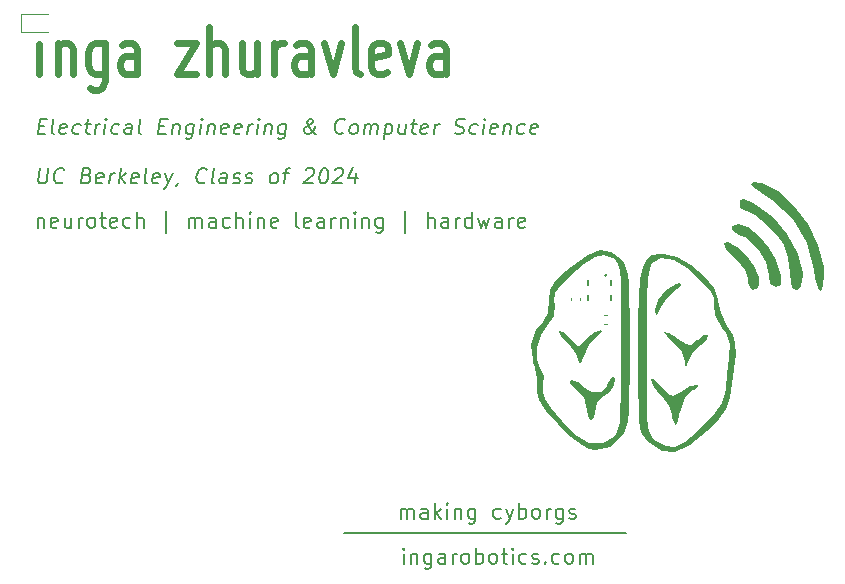
<source format=gto>
%TF.GenerationSoftware,KiCad,Pcbnew,(6.99.0)*%
%TF.CreationDate,2022-05-24T21:05:52-07:00*%
%TF.ProjectId,Card,43617264-2e6b-4696-9361-645f70636258,rev?*%
%TF.SameCoordinates,Original*%
%TF.FileFunction,Legend,Top*%
%TF.FilePolarity,Positive*%
%FSLAX46Y46*%
G04 Gerber Fmt 4.6, Leading zero omitted, Abs format (unit mm)*
G04 Created by KiCad (PCBNEW (6.99.0)) date 2022-05-24 21:05:52*
%MOMM*%
%LPD*%
G01*
G04 APERTURE LIST*
%ADD10C,0.600000*%
%ADD11C,0.200000*%
%ADD12C,0.120000*%
%ADD13C,0.127000*%
G04 APERTURE END LIST*
D10*
X55397500Y-56388000D02*
X55397500Y-58928000D01*
D11*
X81280000Y-97790000D02*
X105156000Y-97790000D01*
X86037523Y-96600095D02*
X86037523Y-95733428D01*
X86037523Y-95857238D02*
X86099428Y-95795333D01*
X86223238Y-95733428D01*
X86408952Y-95733428D01*
X86532761Y-95795333D01*
X86594666Y-95919142D01*
X86594666Y-96600095D01*
X86594666Y-95919142D02*
X86656571Y-95795333D01*
X86780380Y-95733428D01*
X86966095Y-95733428D01*
X87089904Y-95795333D01*
X87151809Y-95919142D01*
X87151809Y-96600095D01*
X88328000Y-96600095D02*
X88328000Y-95919142D01*
X88266095Y-95795333D01*
X88142285Y-95733428D01*
X87894666Y-95733428D01*
X87770857Y-95795333D01*
X88328000Y-96538190D02*
X88204190Y-96600095D01*
X87894666Y-96600095D01*
X87770857Y-96538190D01*
X87708952Y-96414380D01*
X87708952Y-96290571D01*
X87770857Y-96166761D01*
X87894666Y-96104857D01*
X88204190Y-96104857D01*
X88328000Y-96042952D01*
X88947047Y-96600095D02*
X88947047Y-95300095D01*
X89070857Y-96104857D02*
X89442285Y-96600095D01*
X89442285Y-95733428D02*
X88947047Y-96228666D01*
X89999428Y-96600095D02*
X89999428Y-95733428D01*
X89999428Y-95300095D02*
X89937523Y-95362000D01*
X89999428Y-95423904D01*
X90061333Y-95362000D01*
X89999428Y-95300095D01*
X89999428Y-95423904D01*
X90618476Y-95733428D02*
X90618476Y-96600095D01*
X90618476Y-95857238D02*
X90680380Y-95795333D01*
X90804190Y-95733428D01*
X90989904Y-95733428D01*
X91113714Y-95795333D01*
X91175619Y-95919142D01*
X91175619Y-96600095D01*
X92351809Y-95733428D02*
X92351809Y-96785809D01*
X92289904Y-96909619D01*
X92228000Y-96971523D01*
X92104190Y-97033428D01*
X91918476Y-97033428D01*
X91794666Y-96971523D01*
X92351809Y-96538190D02*
X92228000Y-96600095D01*
X91980380Y-96600095D01*
X91856571Y-96538190D01*
X91794666Y-96476285D01*
X91732761Y-96352476D01*
X91732761Y-95981047D01*
X91794666Y-95857238D01*
X91856571Y-95795333D01*
X91980380Y-95733428D01*
X92228000Y-95733428D01*
X92351809Y-95795333D01*
X94518476Y-96538190D02*
X94394666Y-96600095D01*
X94147047Y-96600095D01*
X94023238Y-96538190D01*
X93961333Y-96476285D01*
X93899428Y-96352476D01*
X93899428Y-95981047D01*
X93961333Y-95857238D01*
X94023238Y-95795333D01*
X94147047Y-95733428D01*
X94394666Y-95733428D01*
X94518476Y-95795333D01*
X94951809Y-95733428D02*
X95261333Y-96600095D01*
X95570857Y-95733428D02*
X95261333Y-96600095D01*
X95137523Y-96909619D01*
X95075619Y-96971523D01*
X94951809Y-97033428D01*
X96066095Y-96600095D02*
X96066095Y-95300095D01*
X96066095Y-95795333D02*
X96189904Y-95733428D01*
X96437523Y-95733428D01*
X96561333Y-95795333D01*
X96623238Y-95857238D01*
X96685142Y-95981047D01*
X96685142Y-96352476D01*
X96623238Y-96476285D01*
X96561333Y-96538190D01*
X96437523Y-96600095D01*
X96189904Y-96600095D01*
X96066095Y-96538190D01*
X97428000Y-96600095D02*
X97304190Y-96538190D01*
X97242285Y-96476285D01*
X97180380Y-96352476D01*
X97180380Y-95981047D01*
X97242285Y-95857238D01*
X97304190Y-95795333D01*
X97428000Y-95733428D01*
X97613714Y-95733428D01*
X97737523Y-95795333D01*
X97799428Y-95857238D01*
X97861333Y-95981047D01*
X97861333Y-96352476D01*
X97799428Y-96476285D01*
X97737523Y-96538190D01*
X97613714Y-96600095D01*
X97428000Y-96600095D01*
X98418476Y-96600095D02*
X98418476Y-95733428D01*
X98418476Y-95981047D02*
X98480380Y-95857238D01*
X98542285Y-95795333D01*
X98666095Y-95733428D01*
X98789904Y-95733428D01*
X99780380Y-95733428D02*
X99780380Y-96785809D01*
X99718476Y-96909619D01*
X99656571Y-96971523D01*
X99532761Y-97033428D01*
X99347047Y-97033428D01*
X99223238Y-96971523D01*
X99780380Y-96538190D02*
X99656571Y-96600095D01*
X99408952Y-96600095D01*
X99285142Y-96538190D01*
X99223238Y-96476285D01*
X99161333Y-96352476D01*
X99161333Y-95981047D01*
X99223238Y-95857238D01*
X99285142Y-95795333D01*
X99408952Y-95733428D01*
X99656571Y-95733428D01*
X99780380Y-95795333D01*
X100337523Y-96538190D02*
X100461333Y-96600095D01*
X100708952Y-96600095D01*
X100832761Y-96538190D01*
X100894666Y-96414380D01*
X100894666Y-96352476D01*
X100832761Y-96228666D01*
X100708952Y-96166761D01*
X100523238Y-96166761D01*
X100399428Y-96104857D01*
X100337523Y-95981047D01*
X100337523Y-95919142D01*
X100399428Y-95795333D01*
X100523238Y-95733428D01*
X100708952Y-95733428D01*
X100832761Y-95795333D01*
D10*
X57002928Y-56292857D02*
X57002928Y-58959523D01*
X57002928Y-56673809D02*
X57145785Y-56483333D01*
X57431500Y-56292857D01*
X57860071Y-56292857D01*
X58145785Y-56483333D01*
X58288642Y-56864285D01*
X58288642Y-58959523D01*
X61002928Y-56292857D02*
X61002928Y-59530952D01*
X60860071Y-59911904D01*
X60717214Y-60102380D01*
X60431500Y-60292857D01*
X60002928Y-60292857D01*
X59717214Y-60102380D01*
X61002928Y-58769047D02*
X60717214Y-58959523D01*
X60145785Y-58959523D01*
X59860071Y-58769047D01*
X59717214Y-58578571D01*
X59574357Y-58197619D01*
X59574357Y-57054761D01*
X59717214Y-56673809D01*
X59860071Y-56483333D01*
X60145785Y-56292857D01*
X60717214Y-56292857D01*
X61002928Y-56483333D01*
X63717214Y-58959523D02*
X63717214Y-56864285D01*
X63574357Y-56483333D01*
X63288642Y-56292857D01*
X62717214Y-56292857D01*
X62431500Y-56483333D01*
X63717214Y-58769047D02*
X63431500Y-58959523D01*
X62717214Y-58959523D01*
X62431500Y-58769047D01*
X62288642Y-58388095D01*
X62288642Y-58007142D01*
X62431500Y-57626190D01*
X62717214Y-57435714D01*
X63431500Y-57435714D01*
X63717214Y-57245238D01*
X67145785Y-56292857D02*
X68717214Y-56292857D01*
X67145785Y-58959523D01*
X68717214Y-58959523D01*
X69860071Y-58959523D02*
X69860071Y-54959523D01*
X71145785Y-58959523D02*
X71145785Y-56864285D01*
X71002928Y-56483333D01*
X70717214Y-56292857D01*
X70288642Y-56292857D01*
X70002928Y-56483333D01*
X69860071Y-56673809D01*
X73860071Y-56292857D02*
X73860071Y-58959523D01*
X72574357Y-56292857D02*
X72574357Y-58388095D01*
X72717214Y-58769047D01*
X73002928Y-58959523D01*
X73431500Y-58959523D01*
X73717214Y-58769047D01*
X73860071Y-58578571D01*
X75288642Y-58959523D02*
X75288642Y-56292857D01*
X75288642Y-57054761D02*
X75431500Y-56673809D01*
X75574357Y-56483333D01*
X75860071Y-56292857D01*
X76145785Y-56292857D01*
X78431500Y-58959523D02*
X78431500Y-56864285D01*
X78288642Y-56483333D01*
X78002928Y-56292857D01*
X77431500Y-56292857D01*
X77145785Y-56483333D01*
X78431500Y-58769047D02*
X78145785Y-58959523D01*
X77431500Y-58959523D01*
X77145785Y-58769047D01*
X77002928Y-58388095D01*
X77002928Y-58007142D01*
X77145785Y-57626190D01*
X77431500Y-57435714D01*
X78145785Y-57435714D01*
X78431500Y-57245238D01*
X79574357Y-56292857D02*
X80288642Y-58959523D01*
X81002928Y-56292857D01*
X82574357Y-58959523D02*
X82288642Y-58769047D01*
X82145785Y-58388095D01*
X82145785Y-54959523D01*
X84860071Y-58769047D02*
X84574357Y-58959523D01*
X84002928Y-58959523D01*
X83717214Y-58769047D01*
X83574357Y-58388095D01*
X83574357Y-56864285D01*
X83717214Y-56483333D01*
X84002928Y-56292857D01*
X84574357Y-56292857D01*
X84860071Y-56483333D01*
X85002928Y-56864285D01*
X85002928Y-57245238D01*
X83574357Y-57626190D01*
X86002928Y-56292857D02*
X86717214Y-58959523D01*
X87431500Y-56292857D01*
X89860071Y-58959523D02*
X89860071Y-56864285D01*
X89717214Y-56483333D01*
X89431500Y-56292857D01*
X88860071Y-56292857D01*
X88574357Y-56483333D01*
X89860071Y-58769047D02*
X89574357Y-58959523D01*
X88860071Y-58959523D01*
X88574357Y-58769047D01*
X88431500Y-58388095D01*
X88431500Y-58007142D01*
X88574357Y-57626190D01*
X88860071Y-57435714D01*
X89574357Y-57435714D01*
X89860071Y-57245238D01*
D11*
X55396380Y-63346142D02*
X55829714Y-63346142D01*
X55930309Y-64027095D02*
X55311261Y-64027095D01*
X55473761Y-62727095D01*
X56092809Y-62727095D01*
X56673166Y-64027095D02*
X56557095Y-63965190D01*
X56510666Y-63841380D01*
X56649952Y-62727095D01*
X57671380Y-63965190D02*
X57539833Y-64027095D01*
X57292214Y-64027095D01*
X57176142Y-63965190D01*
X57129714Y-63841380D01*
X57191619Y-63346142D01*
X57269000Y-63222333D01*
X57400547Y-63160428D01*
X57648166Y-63160428D01*
X57764238Y-63222333D01*
X57810666Y-63346142D01*
X57795190Y-63469952D01*
X57160666Y-63593761D01*
X58847571Y-63965190D02*
X58716023Y-64027095D01*
X58468404Y-64027095D01*
X58352333Y-63965190D01*
X58298166Y-63903285D01*
X58251738Y-63779476D01*
X58298166Y-63408047D01*
X58375547Y-63284238D01*
X58445190Y-63222333D01*
X58576738Y-63160428D01*
X58824357Y-63160428D01*
X58940428Y-63222333D01*
X59319595Y-63160428D02*
X59814833Y-63160428D01*
X59559476Y-62727095D02*
X59420190Y-63841380D01*
X59466619Y-63965190D01*
X59582690Y-64027095D01*
X59706500Y-64027095D01*
X60139833Y-64027095D02*
X60248166Y-63160428D01*
X60217214Y-63408047D02*
X60294595Y-63284238D01*
X60364238Y-63222333D01*
X60495785Y-63160428D01*
X60619595Y-63160428D01*
X60944595Y-64027095D02*
X61052928Y-63160428D01*
X61107095Y-62727095D02*
X61037452Y-62789000D01*
X61091619Y-62850904D01*
X61161261Y-62789000D01*
X61107095Y-62727095D01*
X61091619Y-62850904D01*
X62128523Y-63965190D02*
X61996976Y-64027095D01*
X61749357Y-64027095D01*
X61633285Y-63965190D01*
X61579119Y-63903285D01*
X61532690Y-63779476D01*
X61579119Y-63408047D01*
X61656500Y-63284238D01*
X61726142Y-63222333D01*
X61857690Y-63160428D01*
X62105309Y-63160428D01*
X62221380Y-63222333D01*
X63235071Y-64027095D02*
X63320190Y-63346142D01*
X63273761Y-63222333D01*
X63157690Y-63160428D01*
X62910071Y-63160428D01*
X62778523Y-63222333D01*
X63242809Y-63965190D02*
X63111261Y-64027095D01*
X62801738Y-64027095D01*
X62685666Y-63965190D01*
X62639238Y-63841380D01*
X62654714Y-63717571D01*
X62732095Y-63593761D01*
X62863642Y-63531857D01*
X63173166Y-63531857D01*
X63304714Y-63469952D01*
X64039833Y-64027095D02*
X63923761Y-63965190D01*
X63877333Y-63841380D01*
X64016619Y-62727095D01*
X65610666Y-63346142D02*
X66044000Y-63346142D01*
X66144595Y-64027095D02*
X65525547Y-64027095D01*
X65688047Y-62727095D01*
X66307095Y-62727095D01*
X66810071Y-63160428D02*
X66701738Y-64027095D01*
X66794595Y-63284238D02*
X66864238Y-63222333D01*
X66995785Y-63160428D01*
X67181500Y-63160428D01*
X67297571Y-63222333D01*
X67344000Y-63346142D01*
X67258880Y-64027095D01*
X68543404Y-63160428D02*
X68411857Y-64212809D01*
X68334476Y-64336619D01*
X68264833Y-64398523D01*
X68133285Y-64460428D01*
X67947571Y-64460428D01*
X67831500Y-64398523D01*
X68442809Y-63965190D02*
X68311261Y-64027095D01*
X68063642Y-64027095D01*
X67947571Y-63965190D01*
X67893404Y-63903285D01*
X67846976Y-63779476D01*
X67893404Y-63408047D01*
X67970785Y-63284238D01*
X68040428Y-63222333D01*
X68171976Y-63160428D01*
X68419595Y-63160428D01*
X68535666Y-63222333D01*
X69054119Y-64027095D02*
X69162452Y-63160428D01*
X69216619Y-62727095D02*
X69146976Y-62789000D01*
X69201142Y-62850904D01*
X69270785Y-62789000D01*
X69216619Y-62727095D01*
X69201142Y-62850904D01*
X69781500Y-63160428D02*
X69673166Y-64027095D01*
X69766023Y-63284238D02*
X69835666Y-63222333D01*
X69967214Y-63160428D01*
X70152928Y-63160428D01*
X70269000Y-63222333D01*
X70315428Y-63346142D01*
X70230309Y-64027095D01*
X71352333Y-63965190D02*
X71220785Y-64027095D01*
X70973166Y-64027095D01*
X70857095Y-63965190D01*
X70810666Y-63841380D01*
X70872571Y-63346142D01*
X70949952Y-63222333D01*
X71081500Y-63160428D01*
X71329119Y-63160428D01*
X71445190Y-63222333D01*
X71491619Y-63346142D01*
X71476142Y-63469952D01*
X70841619Y-63593761D01*
X72466619Y-63965190D02*
X72335071Y-64027095D01*
X72087452Y-64027095D01*
X71971380Y-63965190D01*
X71924952Y-63841380D01*
X71986857Y-63346142D01*
X72064238Y-63222333D01*
X72195785Y-63160428D01*
X72443404Y-63160428D01*
X72559476Y-63222333D01*
X72605904Y-63346142D01*
X72590428Y-63469952D01*
X71955904Y-63593761D01*
X73077928Y-64027095D02*
X73186261Y-63160428D01*
X73155309Y-63408047D02*
X73232690Y-63284238D01*
X73302333Y-63222333D01*
X73433880Y-63160428D01*
X73557690Y-63160428D01*
X73882690Y-64027095D02*
X73991023Y-63160428D01*
X74045190Y-62727095D02*
X73975547Y-62789000D01*
X74029714Y-62850904D01*
X74099357Y-62789000D01*
X74045190Y-62727095D01*
X74029714Y-62850904D01*
X74610071Y-63160428D02*
X74501738Y-64027095D01*
X74594595Y-63284238D02*
X74664238Y-63222333D01*
X74795785Y-63160428D01*
X74981500Y-63160428D01*
X75097571Y-63222333D01*
X75144000Y-63346142D01*
X75058880Y-64027095D01*
X76343404Y-63160428D02*
X76211857Y-64212809D01*
X76134476Y-64336619D01*
X76064833Y-64398523D01*
X75933285Y-64460428D01*
X75747571Y-64460428D01*
X75631500Y-64398523D01*
X76242809Y-63965190D02*
X76111261Y-64027095D01*
X75863642Y-64027095D01*
X75747571Y-63965190D01*
X75693404Y-63903285D01*
X75646976Y-63779476D01*
X75693404Y-63408047D01*
X75770785Y-63284238D01*
X75840428Y-63222333D01*
X75971976Y-63160428D01*
X76219595Y-63160428D01*
X76335666Y-63222333D01*
X78896976Y-64027095D02*
X78835071Y-64027095D01*
X78719000Y-63965190D01*
X78556500Y-63779476D01*
X78293404Y-63408047D01*
X78192809Y-63222333D01*
X78154119Y-63036619D01*
X78169595Y-62912809D01*
X78246976Y-62789000D01*
X78378523Y-62727095D01*
X78440428Y-62727095D01*
X78556500Y-62789000D01*
X78602928Y-62912809D01*
X78595190Y-62974714D01*
X78517809Y-63098523D01*
X78448166Y-63160428D01*
X78045785Y-63408047D01*
X77976142Y-63469952D01*
X77898761Y-63593761D01*
X77875547Y-63779476D01*
X77921976Y-63903285D01*
X77976142Y-63965190D01*
X78092214Y-64027095D01*
X78277928Y-64027095D01*
X78409476Y-63965190D01*
X78479119Y-63903285D01*
X78695785Y-63655666D01*
X78780904Y-63469952D01*
X78796380Y-63346142D01*
X81202928Y-63903285D02*
X81133285Y-63965190D01*
X80939833Y-64027095D01*
X80816023Y-64027095D01*
X80638047Y-63965190D01*
X80529714Y-63841380D01*
X80483285Y-63717571D01*
X80452333Y-63469952D01*
X80475547Y-63284238D01*
X80568404Y-63036619D01*
X80645785Y-62912809D01*
X80785071Y-62789000D01*
X80978523Y-62727095D01*
X81102333Y-62727095D01*
X81280309Y-62789000D01*
X81334476Y-62850904D01*
X81930309Y-64027095D02*
X81814238Y-63965190D01*
X81760071Y-63903285D01*
X81713642Y-63779476D01*
X81760071Y-63408047D01*
X81837452Y-63284238D01*
X81907095Y-63222333D01*
X82038642Y-63160428D01*
X82224357Y-63160428D01*
X82340428Y-63222333D01*
X82394595Y-63284238D01*
X82441023Y-63408047D01*
X82394595Y-63779476D01*
X82317214Y-63903285D01*
X82247571Y-63965190D01*
X82116023Y-64027095D01*
X81930309Y-64027095D01*
X82920785Y-64027095D02*
X83029119Y-63160428D01*
X83013642Y-63284238D02*
X83083285Y-63222333D01*
X83214833Y-63160428D01*
X83400547Y-63160428D01*
X83516619Y-63222333D01*
X83563047Y-63346142D01*
X83477928Y-64027095D01*
X83563047Y-63346142D02*
X83640428Y-63222333D01*
X83771976Y-63160428D01*
X83957690Y-63160428D01*
X84073761Y-63222333D01*
X84120190Y-63346142D01*
X84035071Y-64027095D01*
X84762452Y-63160428D02*
X84599952Y-64460428D01*
X84754714Y-63222333D02*
X84886261Y-63160428D01*
X85133880Y-63160428D01*
X85249952Y-63222333D01*
X85304119Y-63284238D01*
X85350547Y-63408047D01*
X85304119Y-63779476D01*
X85226738Y-63903285D01*
X85157095Y-63965190D01*
X85025547Y-64027095D01*
X84777928Y-64027095D01*
X84661857Y-63965190D01*
X86495785Y-63160428D02*
X86387452Y-64027095D01*
X85938642Y-63160428D02*
X85853523Y-63841380D01*
X85899952Y-63965190D01*
X86016023Y-64027095D01*
X86201738Y-64027095D01*
X86333285Y-63965190D01*
X86402928Y-63903285D01*
X86929119Y-63160428D02*
X87424357Y-63160428D01*
X87169000Y-62727095D02*
X87029714Y-63841380D01*
X87076142Y-63965190D01*
X87192214Y-64027095D01*
X87316023Y-64027095D01*
X88252333Y-63965190D02*
X88120785Y-64027095D01*
X87873166Y-64027095D01*
X87757095Y-63965190D01*
X87710666Y-63841380D01*
X87772571Y-63346142D01*
X87849952Y-63222333D01*
X87981500Y-63160428D01*
X88229119Y-63160428D01*
X88345190Y-63222333D01*
X88391619Y-63346142D01*
X88376142Y-63469952D01*
X87741619Y-63593761D01*
X88863642Y-64027095D02*
X88971976Y-63160428D01*
X88941023Y-63408047D02*
X89018404Y-63284238D01*
X89088047Y-63222333D01*
X89219595Y-63160428D01*
X89343404Y-63160428D01*
X90604714Y-63965190D02*
X90782690Y-64027095D01*
X91092214Y-64027095D01*
X91223761Y-63965190D01*
X91293404Y-63903285D01*
X91370785Y-63779476D01*
X91386261Y-63655666D01*
X91339833Y-63531857D01*
X91285666Y-63469952D01*
X91169595Y-63408047D01*
X90929714Y-63346142D01*
X90813642Y-63284238D01*
X90759476Y-63222333D01*
X90713047Y-63098523D01*
X90728523Y-62974714D01*
X90805904Y-62850904D01*
X90875547Y-62789000D01*
X91007095Y-62727095D01*
X91316619Y-62727095D01*
X91494595Y-62789000D01*
X92461857Y-63965190D02*
X92330309Y-64027095D01*
X92082690Y-64027095D01*
X91966619Y-63965190D01*
X91912452Y-63903285D01*
X91866023Y-63779476D01*
X91912452Y-63408047D01*
X91989833Y-63284238D01*
X92059476Y-63222333D01*
X92191023Y-63160428D01*
X92438642Y-63160428D01*
X92554714Y-63222333D01*
X93011261Y-64027095D02*
X93119595Y-63160428D01*
X93173761Y-62727095D02*
X93104119Y-62789000D01*
X93158285Y-62850904D01*
X93227928Y-62789000D01*
X93173761Y-62727095D01*
X93158285Y-62850904D01*
X94133285Y-63965190D02*
X94001738Y-64027095D01*
X93754119Y-64027095D01*
X93638047Y-63965190D01*
X93591619Y-63841380D01*
X93653523Y-63346142D01*
X93730904Y-63222333D01*
X93862452Y-63160428D01*
X94110071Y-63160428D01*
X94226142Y-63222333D01*
X94272571Y-63346142D01*
X94257095Y-63469952D01*
X93622571Y-63593761D01*
X94852928Y-63160428D02*
X94744595Y-64027095D01*
X94837452Y-63284238D02*
X94907095Y-63222333D01*
X95038642Y-63160428D01*
X95224357Y-63160428D01*
X95340428Y-63222333D01*
X95386857Y-63346142D01*
X95301738Y-64027095D01*
X96485666Y-63965190D02*
X96354119Y-64027095D01*
X96106500Y-64027095D01*
X95990428Y-63965190D01*
X95936261Y-63903285D01*
X95889833Y-63779476D01*
X95936261Y-63408047D01*
X96013642Y-63284238D01*
X96083285Y-63222333D01*
X96214833Y-63160428D01*
X96462452Y-63160428D01*
X96578523Y-63222333D01*
X97538047Y-63965190D02*
X97406500Y-64027095D01*
X97158880Y-64027095D01*
X97042809Y-63965190D01*
X96996380Y-63841380D01*
X97058285Y-63346142D01*
X97135666Y-63222333D01*
X97267214Y-63160428D01*
X97514833Y-63160428D01*
X97630904Y-63222333D01*
X97677333Y-63346142D01*
X97661857Y-63469952D01*
X97027333Y-63593761D01*
X55473761Y-66913095D02*
X55342214Y-67965476D01*
X55388642Y-68089285D01*
X55442809Y-68151190D01*
X55558880Y-68213095D01*
X55806500Y-68213095D01*
X55938047Y-68151190D01*
X56007690Y-68089285D01*
X56085071Y-67965476D01*
X56216619Y-66913095D01*
X57431500Y-68089285D02*
X57361857Y-68151190D01*
X57168404Y-68213095D01*
X57044595Y-68213095D01*
X56866619Y-68151190D01*
X56758285Y-68027380D01*
X56711857Y-67903571D01*
X56680904Y-67655952D01*
X56704119Y-67470238D01*
X56796976Y-67222619D01*
X56874357Y-67098809D01*
X57013642Y-66975000D01*
X57207095Y-66913095D01*
X57330904Y-66913095D01*
X57508880Y-66975000D01*
X57563047Y-67036904D01*
X59482095Y-67532142D02*
X59660071Y-67594047D01*
X59714238Y-67655952D01*
X59760666Y-67779761D01*
X59737452Y-67965476D01*
X59660071Y-68089285D01*
X59590428Y-68151190D01*
X59458880Y-68213095D01*
X58963642Y-68213095D01*
X59126142Y-66913095D01*
X59559476Y-66913095D01*
X59675547Y-66975000D01*
X59729714Y-67036904D01*
X59776142Y-67160714D01*
X59760666Y-67284523D01*
X59683285Y-67408333D01*
X59613642Y-67470238D01*
X59482095Y-67532142D01*
X59048761Y-67532142D01*
X60766619Y-68151190D02*
X60635071Y-68213095D01*
X60387452Y-68213095D01*
X60271380Y-68151190D01*
X60224952Y-68027380D01*
X60286857Y-67532142D01*
X60364238Y-67408333D01*
X60495785Y-67346428D01*
X60743404Y-67346428D01*
X60859476Y-67408333D01*
X60905904Y-67532142D01*
X60890428Y-67655952D01*
X60255904Y-67779761D01*
X61377928Y-68213095D02*
X61486261Y-67346428D01*
X61455309Y-67594047D02*
X61532690Y-67470238D01*
X61602333Y-67408333D01*
X61733880Y-67346428D01*
X61857690Y-67346428D01*
X62182690Y-68213095D02*
X62345190Y-66913095D01*
X62368404Y-67717857D02*
X62677928Y-68213095D01*
X62786261Y-67346428D02*
X62229119Y-67841666D01*
X63738047Y-68151190D02*
X63606500Y-68213095D01*
X63358880Y-68213095D01*
X63242809Y-68151190D01*
X63196380Y-68027380D01*
X63258285Y-67532142D01*
X63335666Y-67408333D01*
X63467214Y-67346428D01*
X63714833Y-67346428D01*
X63830904Y-67408333D01*
X63877333Y-67532142D01*
X63861857Y-67655952D01*
X63227333Y-67779761D01*
X64535071Y-68213095D02*
X64419000Y-68151190D01*
X64372571Y-68027380D01*
X64511857Y-66913095D01*
X65533285Y-68151190D02*
X65401738Y-68213095D01*
X65154119Y-68213095D01*
X65038047Y-68151190D01*
X64991619Y-68027380D01*
X65053523Y-67532142D01*
X65130904Y-67408333D01*
X65262452Y-67346428D01*
X65510071Y-67346428D01*
X65626142Y-67408333D01*
X65672571Y-67532142D01*
X65657095Y-67655952D01*
X65022571Y-67779761D01*
X66129119Y-67346428D02*
X66330309Y-68213095D01*
X66748166Y-67346428D02*
X66330309Y-68213095D01*
X66167809Y-68522619D01*
X66098166Y-68584523D01*
X65966619Y-68646428D01*
X67204714Y-68151190D02*
X67196976Y-68213095D01*
X67119595Y-68336904D01*
X67049952Y-68398809D01*
X69502928Y-68089285D02*
X69433285Y-68151190D01*
X69239833Y-68213095D01*
X69116023Y-68213095D01*
X68938047Y-68151190D01*
X68829714Y-68027380D01*
X68783285Y-67903571D01*
X68752333Y-67655952D01*
X68775547Y-67470238D01*
X68868404Y-67222619D01*
X68945785Y-67098809D01*
X69085071Y-66975000D01*
X69278523Y-66913095D01*
X69402333Y-66913095D01*
X69580309Y-66975000D01*
X69634476Y-67036904D01*
X70230309Y-68213095D02*
X70114238Y-68151190D01*
X70067809Y-68027380D01*
X70207095Y-66913095D01*
X71282690Y-68213095D02*
X71367809Y-67532142D01*
X71321380Y-67408333D01*
X71205309Y-67346428D01*
X70957690Y-67346428D01*
X70826142Y-67408333D01*
X71290428Y-68151190D02*
X71158880Y-68213095D01*
X70849357Y-68213095D01*
X70733285Y-68151190D01*
X70686857Y-68027380D01*
X70702333Y-67903571D01*
X70779714Y-67779761D01*
X70911261Y-67717857D01*
X71220785Y-67717857D01*
X71352333Y-67655952D01*
X71847571Y-68151190D02*
X71963642Y-68213095D01*
X72211261Y-68213095D01*
X72342809Y-68151190D01*
X72420190Y-68027380D01*
X72427928Y-67965476D01*
X72381500Y-67841666D01*
X72265428Y-67779761D01*
X72079714Y-67779761D01*
X71963642Y-67717857D01*
X71917214Y-67594047D01*
X71924952Y-67532142D01*
X72002333Y-67408333D01*
X72133880Y-67346428D01*
X72319595Y-67346428D01*
X72435666Y-67408333D01*
X72899952Y-68151190D02*
X73016023Y-68213095D01*
X73263642Y-68213095D01*
X73395190Y-68151190D01*
X73472571Y-68027380D01*
X73480309Y-67965476D01*
X73433880Y-67841666D01*
X73317809Y-67779761D01*
X73132095Y-67779761D01*
X73016023Y-67717857D01*
X72969595Y-67594047D01*
X72977333Y-67532142D01*
X73054714Y-67408333D01*
X73186261Y-67346428D01*
X73371976Y-67346428D01*
X73488047Y-67408333D01*
X75182690Y-68213095D02*
X75066619Y-68151190D01*
X75012452Y-68089285D01*
X74966023Y-67965476D01*
X75012452Y-67594047D01*
X75089833Y-67470238D01*
X75159476Y-67408333D01*
X75291023Y-67346428D01*
X75476738Y-67346428D01*
X75592809Y-67408333D01*
X75646976Y-67470238D01*
X75693404Y-67594047D01*
X75646976Y-67965476D01*
X75569595Y-68089285D01*
X75499952Y-68151190D01*
X75368404Y-68213095D01*
X75182690Y-68213095D01*
X76095785Y-67346428D02*
X76591023Y-67346428D01*
X76173166Y-68213095D02*
X76312452Y-67098809D01*
X76389833Y-66975000D01*
X76521380Y-66913095D01*
X76645190Y-66913095D01*
X77991619Y-67036904D02*
X78061261Y-66975000D01*
X78192809Y-66913095D01*
X78502333Y-66913095D01*
X78618404Y-66975000D01*
X78672571Y-67036904D01*
X78719000Y-67160714D01*
X78703523Y-67284523D01*
X78618404Y-67470238D01*
X77782690Y-68213095D01*
X78587452Y-68213095D01*
X79554714Y-66913095D02*
X79678523Y-66913095D01*
X79794595Y-66975000D01*
X79848761Y-67036904D01*
X79895190Y-67160714D01*
X79926142Y-67408333D01*
X79887452Y-67717857D01*
X79794595Y-67965476D01*
X79717214Y-68089285D01*
X79647571Y-68151190D01*
X79516023Y-68213095D01*
X79392214Y-68213095D01*
X79276142Y-68151190D01*
X79221976Y-68089285D01*
X79175547Y-67965476D01*
X79144595Y-67717857D01*
X79183285Y-67408333D01*
X79276142Y-67160714D01*
X79353523Y-67036904D01*
X79423166Y-66975000D01*
X79554714Y-66913095D01*
X80467809Y-67036904D02*
X80537452Y-66975000D01*
X80669000Y-66913095D01*
X80978523Y-66913095D01*
X81094595Y-66975000D01*
X81148761Y-67036904D01*
X81195190Y-67160714D01*
X81179714Y-67284523D01*
X81094595Y-67470238D01*
X80258880Y-68213095D01*
X81063642Y-68213095D01*
X82286261Y-67346428D02*
X82177928Y-68213095D01*
X82038642Y-66851190D02*
X81613047Y-67779761D01*
X82417809Y-67779761D01*
X55303523Y-71095428D02*
X55303523Y-71962095D01*
X55303523Y-71219238D02*
X55365428Y-71157333D01*
X55489238Y-71095428D01*
X55674952Y-71095428D01*
X55798761Y-71157333D01*
X55860666Y-71281142D01*
X55860666Y-71962095D01*
X56974952Y-71900190D02*
X56851142Y-71962095D01*
X56603523Y-71962095D01*
X56479714Y-71900190D01*
X56417809Y-71776380D01*
X56417809Y-71281142D01*
X56479714Y-71157333D01*
X56603523Y-71095428D01*
X56851142Y-71095428D01*
X56974952Y-71157333D01*
X57036857Y-71281142D01*
X57036857Y-71404952D01*
X56417809Y-71528761D01*
X58151142Y-71095428D02*
X58151142Y-71962095D01*
X57594000Y-71095428D02*
X57594000Y-71776380D01*
X57655904Y-71900190D01*
X57779714Y-71962095D01*
X57965428Y-71962095D01*
X58089238Y-71900190D01*
X58151142Y-71838285D01*
X58770190Y-71962095D02*
X58770190Y-71095428D01*
X58770190Y-71343047D02*
X58832095Y-71219238D01*
X58894000Y-71157333D01*
X59017809Y-71095428D01*
X59141619Y-71095428D01*
X59760666Y-71962095D02*
X59636857Y-71900190D01*
X59574952Y-71838285D01*
X59513047Y-71714476D01*
X59513047Y-71343047D01*
X59574952Y-71219238D01*
X59636857Y-71157333D01*
X59760666Y-71095428D01*
X59946380Y-71095428D01*
X60070190Y-71157333D01*
X60132095Y-71219238D01*
X60194000Y-71343047D01*
X60194000Y-71714476D01*
X60132095Y-71838285D01*
X60070190Y-71900190D01*
X59946380Y-71962095D01*
X59760666Y-71962095D01*
X60565428Y-71095428D02*
X61060666Y-71095428D01*
X60751142Y-70662095D02*
X60751142Y-71776380D01*
X60813047Y-71900190D01*
X60936857Y-71962095D01*
X61060666Y-71962095D01*
X61989238Y-71900190D02*
X61865428Y-71962095D01*
X61617809Y-71962095D01*
X61494000Y-71900190D01*
X61432095Y-71776380D01*
X61432095Y-71281142D01*
X61494000Y-71157333D01*
X61617809Y-71095428D01*
X61865428Y-71095428D01*
X61989238Y-71157333D01*
X62051142Y-71281142D01*
X62051142Y-71404952D01*
X61432095Y-71528761D01*
X63165428Y-71900190D02*
X63041619Y-71962095D01*
X62794000Y-71962095D01*
X62670190Y-71900190D01*
X62608285Y-71838285D01*
X62546380Y-71714476D01*
X62546380Y-71343047D01*
X62608285Y-71219238D01*
X62670190Y-71157333D01*
X62794000Y-71095428D01*
X63041619Y-71095428D01*
X63165428Y-71157333D01*
X63722571Y-71962095D02*
X63722571Y-70662095D01*
X64279714Y-71962095D02*
X64279714Y-71281142D01*
X64217809Y-71157333D01*
X64094000Y-71095428D01*
X63908285Y-71095428D01*
X63784476Y-71157333D01*
X63722571Y-71219238D01*
X66198761Y-72395428D02*
X66198761Y-70538285D01*
X68117809Y-71962095D02*
X68117809Y-71095428D01*
X68117809Y-71219238D02*
X68179714Y-71157333D01*
X68303523Y-71095428D01*
X68489238Y-71095428D01*
X68613047Y-71157333D01*
X68674952Y-71281142D01*
X68674952Y-71962095D01*
X68674952Y-71281142D02*
X68736857Y-71157333D01*
X68860666Y-71095428D01*
X69046380Y-71095428D01*
X69170190Y-71157333D01*
X69232095Y-71281142D01*
X69232095Y-71962095D01*
X70408285Y-71962095D02*
X70408285Y-71281142D01*
X70346380Y-71157333D01*
X70222571Y-71095428D01*
X69974952Y-71095428D01*
X69851142Y-71157333D01*
X70408285Y-71900190D02*
X70284476Y-71962095D01*
X69974952Y-71962095D01*
X69851142Y-71900190D01*
X69789238Y-71776380D01*
X69789238Y-71652571D01*
X69851142Y-71528761D01*
X69974952Y-71466857D01*
X70284476Y-71466857D01*
X70408285Y-71404952D01*
X71584476Y-71900190D02*
X71460666Y-71962095D01*
X71213047Y-71962095D01*
X71089238Y-71900190D01*
X71027333Y-71838285D01*
X70965428Y-71714476D01*
X70965428Y-71343047D01*
X71027333Y-71219238D01*
X71089238Y-71157333D01*
X71213047Y-71095428D01*
X71460666Y-71095428D01*
X71584476Y-71157333D01*
X72141619Y-71962095D02*
X72141619Y-70662095D01*
X72698761Y-71962095D02*
X72698761Y-71281142D01*
X72636857Y-71157333D01*
X72513047Y-71095428D01*
X72327333Y-71095428D01*
X72203523Y-71157333D01*
X72141619Y-71219238D01*
X73317809Y-71962095D02*
X73317809Y-71095428D01*
X73317809Y-70662095D02*
X73255904Y-70724000D01*
X73317809Y-70785904D01*
X73379714Y-70724000D01*
X73317809Y-70662095D01*
X73317809Y-70785904D01*
X73936857Y-71095428D02*
X73936857Y-71962095D01*
X73936857Y-71219238D02*
X73998761Y-71157333D01*
X74122571Y-71095428D01*
X74308285Y-71095428D01*
X74432095Y-71157333D01*
X74494000Y-71281142D01*
X74494000Y-71962095D01*
X75608285Y-71900190D02*
X75484476Y-71962095D01*
X75236857Y-71962095D01*
X75113047Y-71900190D01*
X75051142Y-71776380D01*
X75051142Y-71281142D01*
X75113047Y-71157333D01*
X75236857Y-71095428D01*
X75484476Y-71095428D01*
X75608285Y-71157333D01*
X75670190Y-71281142D01*
X75670190Y-71404952D01*
X75051142Y-71528761D01*
X77403523Y-71962095D02*
X77279714Y-71900190D01*
X77217809Y-71776380D01*
X77217809Y-70662095D01*
X78394000Y-71900190D02*
X78270190Y-71962095D01*
X78022571Y-71962095D01*
X77898761Y-71900190D01*
X77836857Y-71776380D01*
X77836857Y-71281142D01*
X77898761Y-71157333D01*
X78022571Y-71095428D01*
X78270190Y-71095428D01*
X78394000Y-71157333D01*
X78455904Y-71281142D01*
X78455904Y-71404952D01*
X77836857Y-71528761D01*
X79570190Y-71962095D02*
X79570190Y-71281142D01*
X79508285Y-71157333D01*
X79384476Y-71095428D01*
X79136857Y-71095428D01*
X79013047Y-71157333D01*
X79570190Y-71900190D02*
X79446380Y-71962095D01*
X79136857Y-71962095D01*
X79013047Y-71900190D01*
X78951142Y-71776380D01*
X78951142Y-71652571D01*
X79013047Y-71528761D01*
X79136857Y-71466857D01*
X79446380Y-71466857D01*
X79570190Y-71404952D01*
X80189238Y-71962095D02*
X80189238Y-71095428D01*
X80189238Y-71343047D02*
X80251142Y-71219238D01*
X80313047Y-71157333D01*
X80436857Y-71095428D01*
X80560666Y-71095428D01*
X80994000Y-71095428D02*
X80994000Y-71962095D01*
X80994000Y-71219238D02*
X81055904Y-71157333D01*
X81179714Y-71095428D01*
X81365428Y-71095428D01*
X81489238Y-71157333D01*
X81551142Y-71281142D01*
X81551142Y-71962095D01*
X82170190Y-71962095D02*
X82170190Y-71095428D01*
X82170190Y-70662095D02*
X82108285Y-70724000D01*
X82170190Y-70785904D01*
X82232095Y-70724000D01*
X82170190Y-70662095D01*
X82170190Y-70785904D01*
X82789238Y-71095428D02*
X82789238Y-71962095D01*
X82789238Y-71219238D02*
X82851142Y-71157333D01*
X82974952Y-71095428D01*
X83160666Y-71095428D01*
X83284476Y-71157333D01*
X83346380Y-71281142D01*
X83346380Y-71962095D01*
X84522571Y-71095428D02*
X84522571Y-72147809D01*
X84460666Y-72271619D01*
X84398761Y-72333523D01*
X84274952Y-72395428D01*
X84089238Y-72395428D01*
X83965428Y-72333523D01*
X84522571Y-71900190D02*
X84398761Y-71962095D01*
X84151142Y-71962095D01*
X84027333Y-71900190D01*
X83965428Y-71838285D01*
X83903523Y-71714476D01*
X83903523Y-71343047D01*
X83965428Y-71219238D01*
X84027333Y-71157333D01*
X84151142Y-71095428D01*
X84398761Y-71095428D01*
X84522571Y-71157333D01*
X86441619Y-72395428D02*
X86441619Y-70538285D01*
X88360666Y-71962095D02*
X88360666Y-70662095D01*
X88917809Y-71962095D02*
X88917809Y-71281142D01*
X88855904Y-71157333D01*
X88732095Y-71095428D01*
X88546380Y-71095428D01*
X88422571Y-71157333D01*
X88360666Y-71219238D01*
X90094000Y-71962095D02*
X90094000Y-71281142D01*
X90032095Y-71157333D01*
X89908285Y-71095428D01*
X89660666Y-71095428D01*
X89536857Y-71157333D01*
X90094000Y-71900190D02*
X89970190Y-71962095D01*
X89660666Y-71962095D01*
X89536857Y-71900190D01*
X89474952Y-71776380D01*
X89474952Y-71652571D01*
X89536857Y-71528761D01*
X89660666Y-71466857D01*
X89970190Y-71466857D01*
X90094000Y-71404952D01*
X90713047Y-71962095D02*
X90713047Y-71095428D01*
X90713047Y-71343047D02*
X90774952Y-71219238D01*
X90836857Y-71157333D01*
X90960666Y-71095428D01*
X91084476Y-71095428D01*
X92074952Y-71962095D02*
X92074952Y-70662095D01*
X92074952Y-71900190D02*
X91951142Y-71962095D01*
X91703523Y-71962095D01*
X91579714Y-71900190D01*
X91517809Y-71838285D01*
X91455904Y-71714476D01*
X91455904Y-71343047D01*
X91517809Y-71219238D01*
X91579714Y-71157333D01*
X91703523Y-71095428D01*
X91951142Y-71095428D01*
X92074952Y-71157333D01*
X92570190Y-71095428D02*
X92817809Y-71962095D01*
X93065428Y-71343047D01*
X93313047Y-71962095D01*
X93560666Y-71095428D01*
X94613047Y-71962095D02*
X94613047Y-71281142D01*
X94551142Y-71157333D01*
X94427333Y-71095428D01*
X94179714Y-71095428D01*
X94055904Y-71157333D01*
X94613047Y-71900190D02*
X94489238Y-71962095D01*
X94179714Y-71962095D01*
X94055904Y-71900190D01*
X93994000Y-71776380D01*
X93994000Y-71652571D01*
X94055904Y-71528761D01*
X94179714Y-71466857D01*
X94489238Y-71466857D01*
X94613047Y-71404952D01*
X95232095Y-71962095D02*
X95232095Y-71095428D01*
X95232095Y-71343047D02*
X95294000Y-71219238D01*
X95355904Y-71157333D01*
X95479714Y-71095428D01*
X95603523Y-71095428D01*
X96532095Y-71900190D02*
X96408285Y-71962095D01*
X96160666Y-71962095D01*
X96036857Y-71900190D01*
X95974952Y-71776380D01*
X95974952Y-71281142D01*
X96036857Y-71157333D01*
X96160666Y-71095428D01*
X96408285Y-71095428D01*
X96532095Y-71157333D01*
X96594000Y-71281142D01*
X96594000Y-71404952D01*
X95974952Y-71528761D01*
X86291523Y-100410095D02*
X86291523Y-99543428D01*
X86291523Y-99110095D02*
X86229619Y-99172000D01*
X86291523Y-99233904D01*
X86353428Y-99172000D01*
X86291523Y-99110095D01*
X86291523Y-99233904D01*
X86910571Y-99543428D02*
X86910571Y-100410095D01*
X86910571Y-99667238D02*
X86972476Y-99605333D01*
X87096285Y-99543428D01*
X87282000Y-99543428D01*
X87405809Y-99605333D01*
X87467714Y-99729142D01*
X87467714Y-100410095D01*
X88643904Y-99543428D02*
X88643904Y-100595809D01*
X88582000Y-100719619D01*
X88520095Y-100781523D01*
X88396285Y-100843428D01*
X88210571Y-100843428D01*
X88086761Y-100781523D01*
X88643904Y-100348190D02*
X88520095Y-100410095D01*
X88272476Y-100410095D01*
X88148666Y-100348190D01*
X88086761Y-100286285D01*
X88024857Y-100162476D01*
X88024857Y-99791047D01*
X88086761Y-99667238D01*
X88148666Y-99605333D01*
X88272476Y-99543428D01*
X88520095Y-99543428D01*
X88643904Y-99605333D01*
X89820095Y-100410095D02*
X89820095Y-99729142D01*
X89758190Y-99605333D01*
X89634380Y-99543428D01*
X89386761Y-99543428D01*
X89262952Y-99605333D01*
X89820095Y-100348190D02*
X89696285Y-100410095D01*
X89386761Y-100410095D01*
X89262952Y-100348190D01*
X89201047Y-100224380D01*
X89201047Y-100100571D01*
X89262952Y-99976761D01*
X89386761Y-99914857D01*
X89696285Y-99914857D01*
X89820095Y-99852952D01*
X90439142Y-100410095D02*
X90439142Y-99543428D01*
X90439142Y-99791047D02*
X90501047Y-99667238D01*
X90562952Y-99605333D01*
X90686761Y-99543428D01*
X90810571Y-99543428D01*
X91429619Y-100410095D02*
X91305809Y-100348190D01*
X91243904Y-100286285D01*
X91182000Y-100162476D01*
X91182000Y-99791047D01*
X91243904Y-99667238D01*
X91305809Y-99605333D01*
X91429619Y-99543428D01*
X91615333Y-99543428D01*
X91739142Y-99605333D01*
X91801047Y-99667238D01*
X91862952Y-99791047D01*
X91862952Y-100162476D01*
X91801047Y-100286285D01*
X91739142Y-100348190D01*
X91615333Y-100410095D01*
X91429619Y-100410095D01*
X92420095Y-100410095D02*
X92420095Y-99110095D01*
X92420095Y-99605333D02*
X92543904Y-99543428D01*
X92791523Y-99543428D01*
X92915333Y-99605333D01*
X92977238Y-99667238D01*
X93039142Y-99791047D01*
X93039142Y-100162476D01*
X92977238Y-100286285D01*
X92915333Y-100348190D01*
X92791523Y-100410095D01*
X92543904Y-100410095D01*
X92420095Y-100348190D01*
X93782000Y-100410095D02*
X93658190Y-100348190D01*
X93596285Y-100286285D01*
X93534380Y-100162476D01*
X93534380Y-99791047D01*
X93596285Y-99667238D01*
X93658190Y-99605333D01*
X93782000Y-99543428D01*
X93967714Y-99543428D01*
X94091523Y-99605333D01*
X94153428Y-99667238D01*
X94215333Y-99791047D01*
X94215333Y-100162476D01*
X94153428Y-100286285D01*
X94091523Y-100348190D01*
X93967714Y-100410095D01*
X93782000Y-100410095D01*
X94586761Y-99543428D02*
X95082000Y-99543428D01*
X94772476Y-99110095D02*
X94772476Y-100224380D01*
X94834380Y-100348190D01*
X94958190Y-100410095D01*
X95082000Y-100410095D01*
X95515333Y-100410095D02*
X95515333Y-99543428D01*
X95515333Y-99110095D02*
X95453428Y-99172000D01*
X95515333Y-99233904D01*
X95577238Y-99172000D01*
X95515333Y-99110095D01*
X95515333Y-99233904D01*
X96691523Y-100348190D02*
X96567714Y-100410095D01*
X96320095Y-100410095D01*
X96196285Y-100348190D01*
X96134380Y-100286285D01*
X96072476Y-100162476D01*
X96072476Y-99791047D01*
X96134380Y-99667238D01*
X96196285Y-99605333D01*
X96320095Y-99543428D01*
X96567714Y-99543428D01*
X96691523Y-99605333D01*
X97186761Y-100348190D02*
X97310571Y-100410095D01*
X97558190Y-100410095D01*
X97682000Y-100348190D01*
X97743904Y-100224380D01*
X97743904Y-100162476D01*
X97682000Y-100038666D01*
X97558190Y-99976761D01*
X97372476Y-99976761D01*
X97248666Y-99914857D01*
X97186761Y-99791047D01*
X97186761Y-99729142D01*
X97248666Y-99605333D01*
X97372476Y-99543428D01*
X97558190Y-99543428D01*
X97682000Y-99605333D01*
X98301047Y-100286285D02*
X98362952Y-100348190D01*
X98301047Y-100410095D01*
X98239142Y-100348190D01*
X98301047Y-100286285D01*
X98301047Y-100410095D01*
X99477238Y-100348190D02*
X99353428Y-100410095D01*
X99105809Y-100410095D01*
X98982000Y-100348190D01*
X98920095Y-100286285D01*
X98858190Y-100162476D01*
X98858190Y-99791047D01*
X98920095Y-99667238D01*
X98982000Y-99605333D01*
X99105809Y-99543428D01*
X99353428Y-99543428D01*
X99477238Y-99605333D01*
X100220095Y-100410095D02*
X100096285Y-100348190D01*
X100034380Y-100286285D01*
X99972476Y-100162476D01*
X99972476Y-99791047D01*
X100034380Y-99667238D01*
X100096285Y-99605333D01*
X100220095Y-99543428D01*
X100405809Y-99543428D01*
X100529619Y-99605333D01*
X100591523Y-99667238D01*
X100653428Y-99791047D01*
X100653428Y-100162476D01*
X100591523Y-100286285D01*
X100529619Y-100348190D01*
X100405809Y-100410095D01*
X100220095Y-100410095D01*
X101210571Y-100410095D02*
X101210571Y-99543428D01*
X101210571Y-99667238D02*
X101272476Y-99605333D01*
X101396285Y-99543428D01*
X101582000Y-99543428D01*
X101705809Y-99605333D01*
X101767714Y-99729142D01*
X101767714Y-100410095D01*
X101767714Y-99729142D02*
X101829619Y-99605333D01*
X101953428Y-99543428D01*
X102139142Y-99543428D01*
X102262952Y-99605333D01*
X102324857Y-99729142D01*
X102324857Y-100410095D01*
D12*
%TO.C,C1*%
X100478000Y-78085836D02*
X100478000Y-77870164D01*
X101198000Y-78085836D02*
X101198000Y-77870164D01*
%TO.C,R1*%
X103531641Y-79376000D02*
X103224359Y-79376000D01*
X103531641Y-80136000D02*
X103224359Y-80136000D01*
%TO.C,G\u002A\u002A\u002A*%
G36*
X108740196Y-80832284D02*
G01*
X109407322Y-81252830D01*
X109517727Y-81337630D01*
X110200647Y-81823702D01*
X110639758Y-81871960D01*
X111138566Y-81505432D01*
X111184394Y-81464082D01*
X111765229Y-81060270D01*
X112080172Y-81025877D01*
X111971548Y-81352769D01*
X111441096Y-81877538D01*
X111402013Y-81908632D01*
X110713327Y-82624310D01*
X110351433Y-83290966D01*
X110213288Y-83738375D01*
X110151560Y-83506038D01*
X110133032Y-83207100D01*
X109834987Y-82453227D01*
X109171811Y-81705035D01*
X109142553Y-81681668D01*
X108553562Y-81135686D01*
X108358691Y-80779908D01*
X108372445Y-80756326D01*
X108740196Y-80832284D01*
G37*
G36*
X97474826Y-80577288D02*
G01*
X98069758Y-79902910D01*
X98487333Y-79175658D01*
X98643646Y-78069876D01*
X98708392Y-77270706D01*
X98990853Y-76635866D01*
X99623364Y-75962170D01*
X100479110Y-75251708D01*
X101868383Y-74278761D01*
X102953747Y-73865219D01*
X103853870Y-73993117D01*
X104662976Y-74618277D01*
X104936878Y-74944797D01*
X105137674Y-75327741D01*
X105276671Y-75875616D01*
X105365177Y-76696927D01*
X105414498Y-77900181D01*
X105435942Y-79593884D01*
X105440816Y-81886541D01*
X105440829Y-82082708D01*
X105435120Y-84442725D01*
X105411142Y-86196835D01*
X105358619Y-87454580D01*
X105267275Y-88325499D01*
X105126834Y-88919134D01*
X104927020Y-89345027D01*
X104733966Y-89617782D01*
X103733015Y-90496984D01*
X102522362Y-90739392D01*
X102005553Y-90687194D01*
X101402502Y-90379172D01*
X100509306Y-89676841D01*
X99506874Y-88724448D01*
X99386974Y-88599301D01*
X98354712Y-87433771D01*
X97790333Y-86573988D01*
X97606100Y-85874900D01*
X97612674Y-85665862D01*
X97558377Y-84663988D01*
X97302691Y-83514708D01*
X97269107Y-83411539D01*
X97230001Y-83133501D01*
X97555107Y-83133501D01*
X97803338Y-83867324D01*
X97949097Y-83999009D01*
X98158284Y-84490986D01*
X98103151Y-85255821D01*
X98062772Y-85855890D01*
X98265155Y-86485843D01*
X98785162Y-87258938D01*
X99697654Y-88288431D01*
X100947019Y-89558258D01*
X101989060Y-90147683D01*
X103157764Y-90146288D01*
X104071110Y-89654562D01*
X104296460Y-89392677D01*
X104463634Y-89005971D01*
X104581158Y-88394360D01*
X104657560Y-87457760D01*
X104701367Y-86096089D01*
X104721104Y-84209263D01*
X104725336Y-81975600D01*
X104721898Y-79552198D01*
X104705215Y-77746312D01*
X104665735Y-76459973D01*
X104593907Y-75595214D01*
X104480179Y-75054065D01*
X104314999Y-74738560D01*
X104088816Y-74550731D01*
X103996330Y-74498551D01*
X103268100Y-74260820D01*
X102511465Y-74404107D01*
X101579661Y-74988182D01*
X100480666Y-75930326D01*
X99581365Y-76820530D01*
X99141581Y-77489864D01*
X99046141Y-78143676D01*
X99076622Y-78433631D01*
X99004136Y-79467983D01*
X98402278Y-80288438D01*
X97887004Y-81078548D01*
X97593805Y-82115406D01*
X97555107Y-83133501D01*
X97230001Y-83133501D01*
X97054329Y-81884479D01*
X97474826Y-80577288D01*
G37*
G36*
X104225258Y-84755789D02*
G01*
X104093238Y-85284917D01*
X103738880Y-85854794D01*
X103279051Y-86210142D01*
X103240162Y-86221931D01*
X102689840Y-86695221D01*
X102578857Y-87226394D01*
X102440609Y-87967291D01*
X102221111Y-88279023D01*
X101966158Y-88141016D01*
X101863409Y-87450362D01*
X101863364Y-87431735D01*
X101547667Y-86294981D01*
X100920753Y-85621889D01*
X100373059Y-85097838D01*
X100449227Y-84884573D01*
X100519202Y-84880431D01*
X101190003Y-85134849D01*
X101505618Y-85417051D01*
X102220848Y-85888702D01*
X102977623Y-85868915D01*
X103498804Y-85381956D01*
X103548440Y-85238177D01*
X103817396Y-84658558D01*
X104018075Y-84522684D01*
X104225258Y-84755789D01*
G37*
G36*
X106228112Y-77783710D02*
G01*
X106351293Y-76302040D01*
X106562391Y-75283234D01*
X106883701Y-74643187D01*
X107337519Y-74297790D01*
X107946139Y-74162938D01*
X108362875Y-74148037D01*
X109435803Y-74411784D01*
X110617658Y-75094286D01*
X111721376Y-76032433D01*
X112559892Y-77063118D01*
X112946139Y-78023231D01*
X112953505Y-78150772D01*
X113164992Y-79191611D01*
X113677075Y-80240165D01*
X113708135Y-80284689D01*
X114150463Y-80998714D01*
X114387355Y-81719898D01*
X114435286Y-82636383D01*
X114310731Y-83936315D01*
X114133984Y-85147770D01*
X113896704Y-86397330D01*
X113556536Y-87300132D01*
X112967990Y-88124321D01*
X111985579Y-89138040D01*
X111950312Y-89172418D01*
X110514957Y-90374718D01*
X109290943Y-90937875D01*
X108199042Y-90876581D01*
X107160025Y-90205528D01*
X107034427Y-90084016D01*
X106728274Y-89758645D01*
X106503098Y-89412231D01*
X106346463Y-88936963D01*
X106245931Y-88225030D01*
X106189065Y-87168619D01*
X106163429Y-85659918D01*
X106156585Y-83591117D01*
X106156322Y-82472068D01*
X106156561Y-82427469D01*
X106871815Y-82427469D01*
X106874582Y-84843303D01*
X106889875Y-86644151D01*
X106928180Y-87930516D01*
X106999984Y-88802902D01*
X107115774Y-89361812D01*
X107286038Y-89707751D01*
X107521261Y-89941222D01*
X107666909Y-90047469D01*
X108476691Y-90480108D01*
X109236759Y-90507356D01*
X110095700Y-90081096D01*
X111202102Y-89153210D01*
X111600583Y-88773621D01*
X112660689Y-87672165D01*
X113267608Y-86812808D01*
X113540207Y-86007898D01*
X113583424Y-85643339D01*
X113702233Y-84369937D01*
X113866070Y-83016512D01*
X113881144Y-82909022D01*
X113922816Y-81765847D01*
X113579900Y-80871409D01*
X113262066Y-80427325D01*
X112683636Y-79380592D01*
X112535530Y-78456025D01*
X112534979Y-77912135D01*
X112336894Y-77408428D01*
X111838811Y-76804675D01*
X110938268Y-75960646D01*
X110307604Y-75406925D01*
X109154270Y-74688236D01*
X108085257Y-74543057D01*
X107301111Y-74935079D01*
X107136139Y-75365012D01*
X107013628Y-76314049D01*
X106930693Y-77832535D01*
X106884450Y-79970816D01*
X106871815Y-82427469D01*
X106156561Y-82427469D01*
X106170554Y-79812350D01*
X106228112Y-77783710D01*
G37*
G36*
X114517990Y-73549097D02*
G01*
X114566338Y-73580468D01*
X115322053Y-74276029D01*
X115953960Y-75194848D01*
X116352559Y-76120552D01*
X116408349Y-76836769D01*
X116306777Y-77019553D01*
X115844441Y-77205450D01*
X115702190Y-77135220D01*
X115494165Y-76605134D01*
X115457730Y-76214725D01*
X115207135Y-75564558D01*
X114580284Y-74755749D01*
X114315270Y-74495213D01*
X113615517Y-73730277D01*
X113432177Y-73258865D01*
X113741063Y-73169097D01*
X114517990Y-73549097D01*
G37*
G36*
X115449614Y-71933066D02*
G01*
X116372975Y-72677814D01*
X117236886Y-73693535D01*
X117822758Y-74724432D01*
X118251334Y-76022888D01*
X118223164Y-76780904D01*
X117783083Y-77010008D01*
X117356261Y-76691373D01*
X117246463Y-75964217D01*
X116966666Y-74895152D01*
X116266133Y-73768714D01*
X115353153Y-72868500D01*
X114726525Y-72533191D01*
X114134498Y-72182226D01*
X114100404Y-71816782D01*
X114640555Y-71643884D01*
X114656456Y-71643811D01*
X115449614Y-71933066D01*
G37*
G36*
X116603746Y-68190151D02*
G01*
X118012541Y-68874289D01*
X119362871Y-70096676D01*
X120534155Y-71682769D01*
X121405809Y-73458023D01*
X121857253Y-75247897D01*
X121893672Y-75847332D01*
X121820718Y-76919658D01*
X121634689Y-77319215D01*
X121394601Y-77067728D01*
X121159467Y-76186916D01*
X121065146Y-75542371D01*
X120449724Y-73222055D01*
X119232729Y-71195213D01*
X117497143Y-69593824D01*
X117205325Y-69403509D01*
X116134193Y-68678638D01*
X115683281Y-68227992D01*
X115859805Y-68066126D01*
X116603746Y-68190151D01*
G37*
G36*
X103091871Y-80752054D02*
G01*
X102664533Y-81140124D01*
X102002798Y-81878056D01*
X101543957Y-82839419D01*
X101320675Y-83430774D01*
X101191197Y-83417587D01*
X101180136Y-83311595D01*
X100908071Y-82621602D01*
X100288133Y-81842382D01*
X100213694Y-81771359D01*
X99647306Y-81156560D01*
X99450905Y-80753021D01*
X99468389Y-80716721D01*
X99821747Y-80802880D01*
X100402566Y-81273154D01*
X101147871Y-82018459D01*
X101863364Y-81302966D01*
X102533764Y-80775313D01*
X103016204Y-80587473D01*
X103091871Y-80752054D01*
G37*
G36*
X107886852Y-85171986D02*
G01*
X108068566Y-85387921D01*
X108647287Y-86050996D01*
X109064408Y-86214667D01*
X109589651Y-85950401D01*
X109756249Y-85835104D01*
X110563647Y-85396389D01*
X111154937Y-85243451D01*
X111292832Y-85370698D01*
X110841806Y-85681678D01*
X110807026Y-85699396D01*
X110101408Y-86313749D01*
X109755135Y-87367292D01*
X109733787Y-87516623D01*
X109562186Y-88312218D01*
X109351142Y-88637121D01*
X109286604Y-88610913D01*
X109053395Y-88049971D01*
X109018294Y-87699040D01*
X108778311Y-87024193D01*
X108193564Y-86236636D01*
X108123928Y-86165066D01*
X107521564Y-85440387D01*
X107235170Y-84855102D01*
X107231338Y-84807256D01*
X107419502Y-84749607D01*
X107886852Y-85171986D01*
G37*
G36*
X109895829Y-76795513D02*
G01*
X109430059Y-77142376D01*
X109378294Y-77171368D01*
X108574436Y-77871773D01*
X108052881Y-78679113D01*
X107755282Y-79314727D01*
X107631617Y-79322041D01*
X107603444Y-78902114D01*
X107867952Y-78060237D01*
X108528487Y-77249731D01*
X109338420Y-76732291D01*
X109711807Y-76664939D01*
X109895829Y-76795513D01*
G37*
G36*
X115857580Y-69875952D02*
G01*
X116101552Y-70002014D01*
X117542495Y-71057392D01*
X118783918Y-72518900D01*
X119682899Y-74169628D01*
X120096512Y-75792669D01*
X120108435Y-76083039D01*
X119963798Y-76884172D01*
X119613672Y-77249993D01*
X119263967Y-77119531D01*
X119107999Y-76636708D01*
X119035794Y-75768814D01*
X119035195Y-75680506D01*
X118871622Y-74487564D01*
X118511425Y-73457391D01*
X117877960Y-72543352D01*
X117001471Y-71637102D01*
X116088227Y-70921296D01*
X115344497Y-70578590D01*
X115251409Y-70570572D01*
X114801078Y-70283608D01*
X114742237Y-70033952D01*
X114811382Y-69607370D01*
X115128381Y-69555990D01*
X115857580Y-69875952D01*
G37*
%TO.C,D1*%
X53887000Y-53875000D02*
X53887000Y-55345000D01*
X53887000Y-55345000D02*
X56172000Y-55345000D01*
X56172000Y-53875000D02*
X53887000Y-53875000D01*
D13*
%TO.C,U1*%
X101920000Y-78041000D02*
X101920000Y-77616000D01*
X103820000Y-78041000D02*
X103820000Y-77616000D01*
X103820000Y-76391000D02*
X103820000Y-76816000D01*
X101920000Y-76391000D02*
X101920000Y-76816000D01*
D11*
X103490709Y-75966000D02*
G75*
G03*
X103490709Y-75966000I-70709J0D01*
G01*
%TD*%
M02*

</source>
